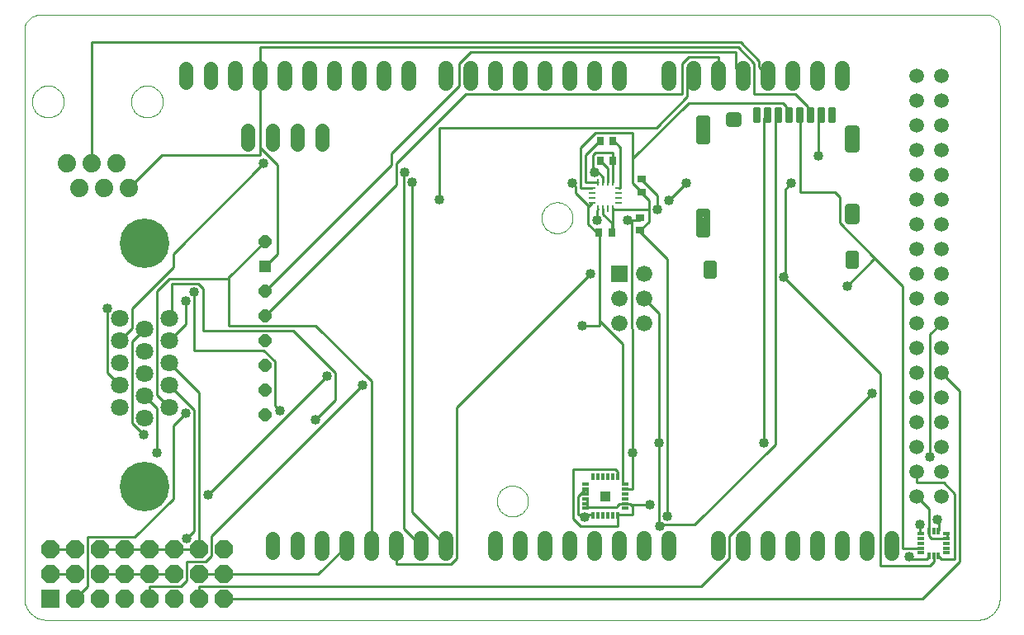
<source format=gtl>
G75*
G70*
%OFA0B0*%
%FSLAX24Y24*%
%IPPOS*%
%LPD*%
%AMOC8*
5,1,8,0,0,1.08239X$1,22.5*
%
%ADD10C,0.0000*%
%ADD11C,0.0594*%
%ADD12C,0.0594*%
%ADD13C,0.0560*%
%ADD14C,0.0660*%
%ADD15R,0.0660X0.0660*%
%ADD16C,0.0157*%
%ADD17C,0.0305*%
%ADD18C,0.0276*%
%ADD19R,0.0118X0.0315*%
%ADD20R,0.0315X0.0118*%
%ADD21R,0.0394X0.0394*%
%ADD22C,0.0740*%
%ADD23R,0.0110X0.0256*%
%ADD24R,0.0256X0.0110*%
%ADD25R,0.0276X0.0354*%
%ADD26R,0.0354X0.0276*%
%ADD27R,0.0740X0.0740*%
%ADD28OC8,0.0740*%
%ADD29OC8,0.0515*%
%ADD30R,0.0515X0.0515*%
%ADD31C,0.0709*%
%ADD32C,0.2000*%
%ADD33C,0.0100*%
%ADD34C,0.0400*%
D10*
X001875Y000990D02*
X001875Y023947D01*
X001877Y023994D01*
X001882Y024041D01*
X001892Y024087D01*
X001904Y024132D01*
X001921Y024176D01*
X001940Y024219D01*
X001963Y024260D01*
X001989Y024299D01*
X002019Y024336D01*
X002050Y024371D01*
X002085Y024402D01*
X002122Y024432D01*
X002161Y024458D01*
X002202Y024481D01*
X002245Y024500D01*
X002289Y024517D01*
X002334Y024529D01*
X002380Y024539D01*
X002427Y024544D01*
X002474Y024546D01*
X040764Y024546D01*
X040806Y024544D01*
X040848Y024539D01*
X040888Y024530D01*
X040929Y024517D01*
X040967Y024501D01*
X041005Y024482D01*
X041040Y024459D01*
X041073Y024433D01*
X041104Y024405D01*
X041132Y024374D01*
X041158Y024341D01*
X041181Y024306D01*
X041200Y024268D01*
X041216Y024230D01*
X041229Y024189D01*
X041238Y024149D01*
X041243Y024107D01*
X041245Y024065D01*
X041245Y000985D01*
X041243Y000927D01*
X041237Y000869D01*
X041228Y000812D01*
X041215Y000756D01*
X041198Y000701D01*
X041178Y000646D01*
X041154Y000594D01*
X041126Y000543D01*
X041096Y000493D01*
X041062Y000446D01*
X041025Y000401D01*
X040986Y000359D01*
X040944Y000320D01*
X040899Y000283D01*
X040852Y000249D01*
X040803Y000219D01*
X040751Y000191D01*
X040699Y000167D01*
X040644Y000147D01*
X040589Y000130D01*
X040533Y000117D01*
X040476Y000108D01*
X040418Y000102D01*
X040360Y000100D01*
X002765Y000100D01*
X002707Y000102D01*
X002649Y000108D01*
X002591Y000117D01*
X002535Y000130D01*
X002479Y000147D01*
X002424Y000168D01*
X002371Y000192D01*
X002320Y000219D01*
X002271Y000250D01*
X002223Y000284D01*
X002178Y000321D01*
X002136Y000361D01*
X002096Y000403D01*
X002059Y000448D01*
X002025Y000496D01*
X001994Y000545D01*
X001967Y000596D01*
X001943Y000649D01*
X001922Y000704D01*
X001905Y000760D01*
X001892Y000816D01*
X001883Y000874D01*
X001877Y000932D01*
X001875Y000990D01*
X020950Y004900D02*
X020952Y004950D01*
X020958Y004999D01*
X020968Y005048D01*
X020981Y005095D01*
X020999Y005142D01*
X021020Y005187D01*
X021044Y005230D01*
X021072Y005271D01*
X021103Y005310D01*
X021137Y005346D01*
X021174Y005380D01*
X021214Y005410D01*
X021255Y005437D01*
X021299Y005461D01*
X021344Y005481D01*
X021391Y005497D01*
X021439Y005510D01*
X021488Y005519D01*
X021538Y005524D01*
X021587Y005525D01*
X021637Y005522D01*
X021686Y005515D01*
X021735Y005504D01*
X021782Y005490D01*
X021828Y005471D01*
X021873Y005449D01*
X021916Y005424D01*
X021956Y005395D01*
X021994Y005363D01*
X022030Y005329D01*
X022063Y005291D01*
X022092Y005251D01*
X022118Y005209D01*
X022141Y005165D01*
X022160Y005119D01*
X022176Y005072D01*
X022188Y005023D01*
X022196Y004974D01*
X022200Y004925D01*
X022200Y004875D01*
X022196Y004826D01*
X022188Y004777D01*
X022176Y004728D01*
X022160Y004681D01*
X022141Y004635D01*
X022118Y004591D01*
X022092Y004549D01*
X022063Y004509D01*
X022030Y004471D01*
X021994Y004437D01*
X021956Y004405D01*
X021916Y004376D01*
X021873Y004351D01*
X021828Y004329D01*
X021782Y004310D01*
X021735Y004296D01*
X021686Y004285D01*
X021637Y004278D01*
X021587Y004275D01*
X021538Y004276D01*
X021488Y004281D01*
X021439Y004290D01*
X021391Y004303D01*
X021344Y004319D01*
X021299Y004339D01*
X021255Y004363D01*
X021214Y004390D01*
X021174Y004420D01*
X021137Y004454D01*
X021103Y004490D01*
X021072Y004529D01*
X021044Y004570D01*
X021020Y004613D01*
X020999Y004658D01*
X020981Y004705D01*
X020968Y004752D01*
X020958Y004801D01*
X020952Y004850D01*
X020950Y004900D01*
X022750Y016350D02*
X022752Y016400D01*
X022758Y016449D01*
X022768Y016498D01*
X022781Y016545D01*
X022799Y016592D01*
X022820Y016637D01*
X022844Y016680D01*
X022872Y016721D01*
X022903Y016760D01*
X022937Y016796D01*
X022974Y016830D01*
X023014Y016860D01*
X023055Y016887D01*
X023099Y016911D01*
X023144Y016931D01*
X023191Y016947D01*
X023239Y016960D01*
X023288Y016969D01*
X023338Y016974D01*
X023387Y016975D01*
X023437Y016972D01*
X023486Y016965D01*
X023535Y016954D01*
X023582Y016940D01*
X023628Y016921D01*
X023673Y016899D01*
X023716Y016874D01*
X023756Y016845D01*
X023794Y016813D01*
X023830Y016779D01*
X023863Y016741D01*
X023892Y016701D01*
X023918Y016659D01*
X023941Y016615D01*
X023960Y016569D01*
X023976Y016522D01*
X023988Y016473D01*
X023996Y016424D01*
X024000Y016375D01*
X024000Y016325D01*
X023996Y016276D01*
X023988Y016227D01*
X023976Y016178D01*
X023960Y016131D01*
X023941Y016085D01*
X023918Y016041D01*
X023892Y015999D01*
X023863Y015959D01*
X023830Y015921D01*
X023794Y015887D01*
X023756Y015855D01*
X023716Y015826D01*
X023673Y015801D01*
X023628Y015779D01*
X023582Y015760D01*
X023535Y015746D01*
X023486Y015735D01*
X023437Y015728D01*
X023387Y015725D01*
X023338Y015726D01*
X023288Y015731D01*
X023239Y015740D01*
X023191Y015753D01*
X023144Y015769D01*
X023099Y015789D01*
X023055Y015813D01*
X023014Y015840D01*
X022974Y015870D01*
X022937Y015904D01*
X022903Y015940D01*
X022872Y015979D01*
X022844Y016020D01*
X022820Y016063D01*
X022799Y016108D01*
X022781Y016155D01*
X022768Y016202D01*
X022758Y016251D01*
X022752Y016300D01*
X022750Y016350D01*
X006185Y021050D02*
X006187Y021100D01*
X006193Y021150D01*
X006203Y021199D01*
X006216Y021248D01*
X006234Y021295D01*
X006255Y021341D01*
X006279Y021384D01*
X006307Y021426D01*
X006338Y021466D01*
X006372Y021503D01*
X006409Y021537D01*
X006449Y021568D01*
X006491Y021596D01*
X006534Y021620D01*
X006580Y021641D01*
X006627Y021659D01*
X006676Y021672D01*
X006725Y021682D01*
X006775Y021688D01*
X006825Y021690D01*
X006875Y021688D01*
X006925Y021682D01*
X006974Y021672D01*
X007023Y021659D01*
X007070Y021641D01*
X007116Y021620D01*
X007159Y021596D01*
X007201Y021568D01*
X007241Y021537D01*
X007278Y021503D01*
X007312Y021466D01*
X007343Y021426D01*
X007371Y021384D01*
X007395Y021341D01*
X007416Y021295D01*
X007434Y021248D01*
X007447Y021199D01*
X007457Y021150D01*
X007463Y021100D01*
X007465Y021050D01*
X007463Y021000D01*
X007457Y020950D01*
X007447Y020901D01*
X007434Y020852D01*
X007416Y020805D01*
X007395Y020759D01*
X007371Y020716D01*
X007343Y020674D01*
X007312Y020634D01*
X007278Y020597D01*
X007241Y020563D01*
X007201Y020532D01*
X007159Y020504D01*
X007116Y020480D01*
X007070Y020459D01*
X007023Y020441D01*
X006974Y020428D01*
X006925Y020418D01*
X006875Y020412D01*
X006825Y020410D01*
X006775Y020412D01*
X006725Y020418D01*
X006676Y020428D01*
X006627Y020441D01*
X006580Y020459D01*
X006534Y020480D01*
X006491Y020504D01*
X006449Y020532D01*
X006409Y020563D01*
X006372Y020597D01*
X006338Y020634D01*
X006307Y020674D01*
X006279Y020716D01*
X006255Y020759D01*
X006234Y020805D01*
X006216Y020852D01*
X006203Y020901D01*
X006193Y020950D01*
X006187Y021000D01*
X006185Y021050D01*
X002185Y021050D02*
X002187Y021100D01*
X002193Y021150D01*
X002203Y021199D01*
X002216Y021248D01*
X002234Y021295D01*
X002255Y021341D01*
X002279Y021384D01*
X002307Y021426D01*
X002338Y021466D01*
X002372Y021503D01*
X002409Y021537D01*
X002449Y021568D01*
X002491Y021596D01*
X002534Y021620D01*
X002580Y021641D01*
X002627Y021659D01*
X002676Y021672D01*
X002725Y021682D01*
X002775Y021688D01*
X002825Y021690D01*
X002875Y021688D01*
X002925Y021682D01*
X002974Y021672D01*
X003023Y021659D01*
X003070Y021641D01*
X003116Y021620D01*
X003159Y021596D01*
X003201Y021568D01*
X003241Y021537D01*
X003278Y021503D01*
X003312Y021466D01*
X003343Y021426D01*
X003371Y021384D01*
X003395Y021341D01*
X003416Y021295D01*
X003434Y021248D01*
X003447Y021199D01*
X003457Y021150D01*
X003463Y021100D01*
X003465Y021050D01*
X003463Y021000D01*
X003457Y020950D01*
X003447Y020901D01*
X003434Y020852D01*
X003416Y020805D01*
X003395Y020759D01*
X003371Y020716D01*
X003343Y020674D01*
X003312Y020634D01*
X003278Y020597D01*
X003241Y020563D01*
X003201Y020532D01*
X003159Y020504D01*
X003116Y020480D01*
X003070Y020459D01*
X003023Y020441D01*
X002974Y020428D01*
X002925Y020418D01*
X002875Y020412D01*
X002825Y020410D01*
X002775Y020412D01*
X002725Y020418D01*
X002676Y020428D01*
X002627Y020441D01*
X002580Y020459D01*
X002534Y020480D01*
X002491Y020504D01*
X002449Y020532D01*
X002409Y020563D01*
X002372Y020597D01*
X002338Y020634D01*
X002307Y020674D01*
X002279Y020716D01*
X002255Y020759D01*
X002234Y020805D01*
X002216Y020852D01*
X002203Y020901D01*
X002193Y020950D01*
X002187Y021000D01*
X002185Y021050D01*
D11*
X010375Y021803D02*
X010375Y022397D01*
X010375Y021803D01*
X011375Y021803D02*
X011375Y022397D01*
X012375Y022397D02*
X012375Y021803D01*
X013375Y021803D02*
X013375Y022397D01*
X014375Y022397D02*
X014375Y021803D01*
X015375Y021803D02*
X015375Y022397D01*
X016375Y022397D02*
X016375Y021803D01*
X017375Y021803D02*
X017375Y022397D01*
X018875Y022397D02*
X018875Y021803D01*
X019875Y021803D02*
X019875Y022397D01*
X020875Y022397D02*
X020875Y021803D01*
X021875Y021803D02*
X021875Y022397D01*
X022875Y022397D02*
X022875Y021803D01*
X023875Y021803D02*
X023875Y022397D01*
X024875Y022397D02*
X024875Y021803D01*
X025875Y021803D02*
X025875Y022397D01*
X027875Y022397D02*
X027875Y021803D01*
X028875Y021803D02*
X028875Y022397D01*
X029875Y022397D02*
X029875Y021803D01*
X030875Y021803D02*
X030875Y022397D01*
X031875Y022397D02*
X031875Y021803D01*
X032875Y021803D02*
X032875Y022397D01*
X033875Y022397D02*
X033875Y021803D01*
X034875Y021803D02*
X034875Y022397D01*
X034875Y003397D02*
X034875Y002803D01*
X035875Y002803D02*
X035875Y003397D01*
X036875Y003397D02*
X036875Y002803D01*
X033875Y002803D02*
X033875Y003397D01*
X032875Y003397D02*
X032875Y002803D01*
X031875Y002803D02*
X031875Y003397D01*
X030875Y003397D02*
X030875Y002803D01*
X029875Y002803D02*
X029875Y003397D01*
X027875Y003397D02*
X027875Y002803D01*
X026875Y002803D02*
X026875Y003397D01*
X025875Y003397D02*
X025875Y002803D01*
X024875Y002803D02*
X024875Y003397D01*
X023875Y003397D02*
X023875Y002803D01*
X022875Y002803D02*
X022875Y003397D01*
X021875Y003397D02*
X021875Y002803D01*
X020875Y002803D02*
X020875Y003397D01*
X018875Y003397D02*
X018875Y002803D01*
X017875Y002803D02*
X017875Y003397D01*
X016875Y003397D02*
X016875Y002803D01*
X015875Y002803D02*
X015875Y003397D01*
X014875Y003397D02*
X014875Y002803D01*
X013875Y002803D02*
X013875Y003397D01*
D12*
X037875Y005100D03*
X038875Y005100D03*
X038875Y006100D03*
X037875Y006100D03*
X037875Y007100D03*
X038875Y007100D03*
X038875Y008100D03*
X037875Y008100D03*
X037875Y009100D03*
X038875Y009100D03*
X038875Y010100D03*
X038875Y011100D03*
X037875Y011100D03*
X037875Y010100D03*
X037875Y012100D03*
X038875Y012100D03*
X038875Y013100D03*
X037875Y013100D03*
X037875Y014100D03*
X038875Y014100D03*
X038875Y015100D03*
X037875Y015100D03*
X037875Y016100D03*
X038875Y016100D03*
X038875Y017100D03*
X038875Y018100D03*
X037875Y018100D03*
X037875Y017100D03*
X037875Y019100D03*
X038875Y019100D03*
X038875Y020100D03*
X037875Y020100D03*
X037875Y021100D03*
X038875Y021100D03*
X038875Y022100D03*
X037875Y022100D03*
D13*
X013875Y019880D02*
X013875Y019320D01*
X012875Y019320D02*
X012875Y019880D01*
X011875Y019880D02*
X011875Y019320D01*
X010875Y019320D02*
X010875Y019880D01*
X009375Y021820D02*
X009375Y022380D01*
X008375Y022380D02*
X008375Y021820D01*
X011875Y003380D02*
X011875Y002820D01*
X012875Y002820D02*
X012875Y003380D01*
D14*
X025875Y012100D03*
X026875Y012100D03*
X026875Y013100D03*
X025875Y013100D03*
X026875Y014100D03*
D15*
X025875Y014100D03*
D16*
X031347Y020765D02*
X031505Y020765D01*
X031505Y020291D01*
X031347Y020291D01*
X031347Y020765D01*
X031347Y020447D02*
X031505Y020447D01*
X031505Y020603D02*
X031347Y020603D01*
X031347Y020759D02*
X031505Y020759D01*
X031780Y020291D02*
X031938Y020291D01*
X031780Y020291D02*
X031780Y020765D01*
X031938Y020765D01*
X031938Y020291D01*
X031938Y020447D02*
X031780Y020447D01*
X031780Y020603D02*
X031938Y020603D01*
X031938Y020759D02*
X031780Y020759D01*
X032213Y020291D02*
X032371Y020291D01*
X032213Y020291D02*
X032213Y020765D01*
X032371Y020765D01*
X032371Y020291D01*
X032371Y020447D02*
X032213Y020447D01*
X032213Y020603D02*
X032371Y020603D01*
X032371Y020759D02*
X032213Y020759D01*
X032646Y020291D02*
X032804Y020291D01*
X032646Y020291D02*
X032646Y020765D01*
X032804Y020765D01*
X032804Y020291D01*
X032804Y020447D02*
X032646Y020447D01*
X032646Y020603D02*
X032804Y020603D01*
X032804Y020759D02*
X032646Y020759D01*
X033079Y020291D02*
X033237Y020291D01*
X033079Y020291D02*
X033079Y020765D01*
X033237Y020765D01*
X033237Y020291D01*
X033237Y020447D02*
X033079Y020447D01*
X033079Y020603D02*
X033237Y020603D01*
X033237Y020759D02*
X033079Y020759D01*
X033512Y020291D02*
X033670Y020291D01*
X033512Y020291D02*
X033512Y020765D01*
X033670Y020765D01*
X033670Y020291D01*
X033670Y020447D02*
X033512Y020447D01*
X033512Y020603D02*
X033670Y020603D01*
X033670Y020759D02*
X033512Y020759D01*
X033945Y020291D02*
X034103Y020291D01*
X033945Y020291D02*
X033945Y020765D01*
X034103Y020765D01*
X034103Y020291D01*
X034103Y020447D02*
X033945Y020447D01*
X033945Y020603D02*
X034103Y020603D01*
X034103Y020759D02*
X033945Y020759D01*
X034378Y020291D02*
X034536Y020291D01*
X034378Y020291D02*
X034378Y020765D01*
X034536Y020765D01*
X034536Y020291D01*
X034536Y020447D02*
X034378Y020447D01*
X034378Y020603D02*
X034536Y020603D01*
X034536Y020759D02*
X034378Y020759D01*
D17*
X035117Y019145D02*
X035423Y019145D01*
X035117Y019145D02*
X035117Y019943D01*
X035423Y019943D01*
X035423Y019145D01*
X035423Y019449D02*
X035117Y019449D01*
X035117Y019753D02*
X035423Y019753D01*
X030644Y020188D02*
X030318Y020188D01*
X030318Y020494D01*
X030644Y020494D01*
X030644Y020188D01*
X030644Y020492D02*
X030318Y020492D01*
X035117Y016252D02*
X035423Y016252D01*
X035117Y016252D02*
X035117Y016774D01*
X035423Y016774D01*
X035423Y016252D01*
X035423Y016556D02*
X035117Y016556D01*
D18*
X035163Y014407D02*
X035437Y014407D01*
X035163Y014407D02*
X035163Y014879D01*
X035437Y014879D01*
X035437Y014407D01*
X035437Y014682D02*
X035163Y014682D01*
X029689Y014013D02*
X029415Y014013D01*
X029415Y014485D01*
X029689Y014485D01*
X029689Y014013D01*
X029689Y014288D02*
X029415Y014288D01*
X029413Y015687D02*
X029139Y015687D01*
X029139Y016591D01*
X029413Y016591D01*
X029413Y015687D01*
X029413Y015962D02*
X029139Y015962D01*
X029139Y016237D02*
X029413Y016237D01*
X029413Y016512D02*
X029139Y016512D01*
X029139Y019446D02*
X029413Y019446D01*
X029139Y019446D02*
X029139Y020350D01*
X029413Y020350D01*
X029413Y019446D01*
X029413Y019721D02*
X029139Y019721D01*
X029139Y019996D02*
X029413Y019996D01*
X029413Y020271D02*
X029139Y020271D01*
D19*
X025817Y005887D03*
X025620Y005887D03*
X025423Y005887D03*
X025227Y005887D03*
X025030Y005887D03*
X024833Y005887D03*
X024833Y004313D03*
X025030Y004313D03*
X025227Y004313D03*
X025423Y004313D03*
X025620Y004313D03*
X025817Y004313D03*
X038378Y003702D03*
X038575Y003702D03*
X038772Y003702D03*
X038772Y002698D03*
X038575Y002698D03*
X038378Y002698D03*
D20*
X038044Y002806D03*
X038044Y003003D03*
X038044Y003200D03*
X038044Y003397D03*
X038044Y003594D03*
X039106Y003594D03*
X039106Y003397D03*
X039106Y003200D03*
X039106Y003003D03*
X039106Y002806D03*
X026112Y004608D03*
X026112Y004805D03*
X026112Y005002D03*
X026112Y005198D03*
X026112Y005395D03*
X026112Y005592D03*
X024538Y005592D03*
X024538Y005395D03*
X024538Y005198D03*
X024538Y005002D03*
X024538Y004805D03*
X024538Y004608D03*
D21*
X025325Y005100D03*
D22*
X006075Y017550D03*
X005075Y017550D03*
X004075Y017550D03*
X003575Y018550D03*
X004575Y018550D03*
X005575Y018550D03*
D23*
X025030Y017789D03*
X025227Y017789D03*
X025423Y017789D03*
X025620Y017789D03*
X025620Y016711D03*
X025423Y016711D03*
X025227Y016711D03*
X025030Y016711D03*
D24*
X024786Y016955D03*
X024786Y017152D03*
X024786Y017348D03*
X024786Y017545D03*
X025864Y017545D03*
X025864Y017348D03*
X025864Y017152D03*
X025864Y016955D03*
D25*
X025581Y015750D03*
X025069Y015750D03*
X025119Y018650D03*
X025631Y018650D03*
X025631Y019450D03*
X025119Y019450D03*
D26*
X026775Y017906D03*
X026775Y017394D03*
X026725Y016356D03*
X026725Y015844D03*
D27*
X002925Y000950D03*
D28*
X003925Y000950D03*
X004925Y000950D03*
X005925Y000950D03*
X006925Y000950D03*
X007925Y000950D03*
X008925Y000950D03*
X009925Y000950D03*
X009925Y001950D03*
X008925Y001950D03*
X007925Y001950D03*
X006925Y001950D03*
X005925Y001950D03*
X004925Y001950D03*
X003925Y001950D03*
X002925Y001950D03*
X002925Y002950D03*
X003925Y002950D03*
X004925Y002950D03*
X005925Y002950D03*
X006925Y002950D03*
X007925Y002950D03*
X008925Y002950D03*
X009925Y002950D03*
D29*
X011575Y008400D03*
X011575Y009400D03*
X011575Y010400D03*
X011575Y011400D03*
X011575Y012400D03*
X011575Y013400D03*
X011575Y015400D03*
D30*
X011575Y014400D03*
D31*
X007725Y012300D03*
X006725Y011850D03*
X007725Y011400D03*
X006725Y010950D03*
X007725Y010500D03*
X006725Y010050D03*
X007725Y009600D03*
X006725Y009150D03*
X007725Y008700D03*
X006725Y008250D03*
X005725Y008700D03*
X005725Y009600D03*
X005725Y010500D03*
X005725Y011400D03*
X005725Y012300D03*
D32*
X006725Y015320D03*
X006725Y005480D03*
D33*
X007875Y005000D02*
X006325Y003450D01*
X004425Y003450D01*
X004425Y001450D01*
X003925Y000950D01*
X003925Y001950D02*
X002925Y001950D01*
X002925Y002950D02*
X003925Y002950D01*
X004925Y002950D02*
X005925Y002950D01*
X006925Y002950D01*
X007925Y002950D01*
X008925Y002950D01*
X008925Y009300D01*
X007725Y010500D01*
X007725Y009600D02*
X008725Y008600D01*
X008725Y003700D01*
X008425Y003400D01*
X009425Y003500D02*
X009425Y002700D01*
X009175Y002450D01*
X008425Y002450D01*
X008425Y001700D01*
X008175Y001450D01*
X006925Y001450D01*
X006925Y000950D01*
X006925Y001950D02*
X005925Y001950D01*
X004925Y001950D01*
X006925Y001950D02*
X007925Y001950D01*
X008925Y001950D02*
X009925Y001950D01*
X013725Y001950D01*
X014875Y003100D01*
X015875Y003100D02*
X015875Y009750D01*
X013625Y012000D01*
X010125Y012000D01*
X010125Y013900D01*
X010100Y013925D01*
X011575Y015400D01*
X012075Y014900D02*
X012075Y018500D01*
X011400Y019175D01*
X011375Y019150D01*
X011375Y018900D01*
X007425Y018900D01*
X006075Y017550D01*
X004575Y018550D02*
X004575Y023450D01*
X030775Y023450D01*
X031525Y022700D01*
X031525Y022450D01*
X031875Y022100D01*
X031325Y022600D02*
X030675Y023250D01*
X011375Y023250D01*
X011375Y022100D01*
X011375Y019200D01*
X011400Y019175D01*
X011525Y018550D02*
X007875Y014900D01*
X007875Y014350D01*
X006225Y012700D01*
X006225Y011900D01*
X005725Y011400D01*
X006225Y011350D02*
X006725Y011850D01*
X006225Y011350D02*
X006225Y008050D01*
X006675Y007600D01*
X007225Y006850D02*
X007225Y008650D01*
X006725Y009150D01*
X007225Y009200D02*
X007725Y008700D01*
X008375Y008450D02*
X007875Y007950D01*
X007875Y005000D01*
X009275Y005150D02*
X014075Y009950D01*
X014425Y010100D02*
X012725Y011800D01*
X009075Y011800D01*
X009075Y013500D01*
X008875Y013700D01*
X007825Y013700D01*
X007825Y012400D01*
X007725Y012300D01*
X008375Y012050D02*
X008375Y013000D01*
X008725Y013350D02*
X008725Y011000D01*
X011525Y011000D01*
X011975Y010550D01*
X011975Y008750D01*
X012175Y008550D01*
X013625Y008200D02*
X014425Y009000D01*
X014425Y010100D01*
X015525Y009600D02*
X009425Y003500D01*
X008925Y001450D02*
X008925Y000950D01*
X008925Y001450D02*
X029175Y001450D01*
X030325Y002600D01*
X030325Y003500D01*
X036075Y009250D01*
X036425Y010050D02*
X032525Y013950D01*
X032575Y013950D01*
X032575Y017500D01*
X032825Y017750D01*
X033175Y017400D02*
X033175Y020500D01*
X033158Y020528D01*
X033475Y020650D02*
X033475Y020850D01*
X032975Y021350D01*
X031325Y021350D01*
X031325Y022600D01*
X030875Y022100D02*
X030575Y022400D01*
X030575Y023050D01*
X019875Y023050D01*
X019425Y022600D01*
X019425Y021700D01*
X016675Y018950D01*
X016675Y018500D01*
X011575Y013400D01*
X010100Y013925D02*
X010075Y013900D01*
X007725Y013900D01*
X007225Y013400D01*
X007225Y009200D01*
X005725Y009600D02*
X005225Y010100D01*
X005225Y012700D01*
X007725Y011400D02*
X008375Y012050D01*
X011575Y012400D02*
X016875Y017700D01*
X016875Y018550D01*
X019675Y021350D01*
X028425Y021350D01*
X028425Y022600D01*
X028675Y022850D01*
X029875Y022850D01*
X029875Y022100D01*
X028875Y022100D02*
X028625Y021850D01*
X028625Y021250D01*
X027375Y020000D01*
X018625Y020000D01*
X018625Y017100D01*
X017525Y017800D02*
X017525Y004450D01*
X018875Y003100D01*
X019325Y002600D02*
X019075Y002350D01*
X016875Y002350D01*
X016875Y003100D01*
X017175Y003800D02*
X017875Y003100D01*
X017175Y003800D02*
X017175Y018150D01*
X017225Y018200D01*
X012075Y014900D02*
X011575Y014400D01*
X019325Y008700D02*
X019325Y002600D01*
X024025Y004200D02*
X024325Y003900D01*
X025825Y003900D01*
X025825Y004300D01*
X025817Y004313D01*
X025825Y004350D01*
X026425Y004350D01*
X026425Y004700D01*
X026400Y004725D01*
X026425Y004750D01*
X027125Y004750D01*
X026400Y004725D02*
X026325Y004800D01*
X026125Y004800D01*
X026112Y004805D01*
X026075Y004800D01*
X025875Y004800D01*
X025775Y004700D01*
X025775Y004650D01*
X024625Y004650D01*
X024538Y004608D01*
X024575Y004650D01*
X024575Y004800D01*
X024538Y004805D01*
X024575Y004850D01*
X024575Y005000D01*
X024538Y005002D01*
X024538Y005198D02*
X024575Y005200D01*
X024575Y005350D01*
X024538Y005395D01*
X024525Y005400D01*
X024225Y005100D01*
X024225Y004350D01*
X024475Y004350D01*
X024475Y004250D01*
X024475Y004350D02*
X024825Y004350D01*
X024833Y004313D01*
X024025Y004200D02*
X024025Y006200D01*
X025725Y006200D01*
X025825Y006100D01*
X025825Y005900D01*
X025817Y005887D01*
X026025Y005650D02*
X026025Y011250D01*
X025100Y012175D01*
X025075Y012150D01*
X025075Y012000D01*
X024375Y012000D01*
X025075Y012200D02*
X025075Y015750D01*
X025069Y015750D01*
X024975Y015750D01*
X024625Y016100D01*
X024625Y016800D01*
X024650Y016825D01*
X024125Y017350D01*
X024125Y017600D01*
X023975Y017750D01*
X024325Y017550D02*
X024325Y019200D01*
X024925Y019800D01*
X026425Y019800D01*
X026425Y018750D01*
X028675Y021000D01*
X032475Y021000D01*
X032625Y020850D01*
X032625Y020650D01*
X032725Y020550D01*
X032725Y020528D01*
X032292Y020528D02*
X032275Y020500D01*
X032175Y020400D01*
X032175Y007200D01*
X028925Y003950D01*
X027525Y003950D01*
X027525Y003900D01*
X027475Y003950D01*
X027475Y007250D01*
X027475Y012500D01*
X026875Y013100D01*
X026375Y011900D02*
X026375Y016250D01*
X026225Y016250D01*
X026375Y016250D02*
X026725Y016250D01*
X026725Y016356D01*
X027075Y016200D02*
X027075Y016700D01*
X025675Y016700D01*
X025620Y016711D01*
X025625Y016700D01*
X025625Y015750D01*
X025581Y015750D01*
X025575Y015750D01*
X025575Y016150D01*
X025225Y016500D01*
X025225Y016700D01*
X025227Y016711D01*
X025030Y016711D02*
X025025Y016700D01*
X024975Y016650D01*
X024975Y016250D01*
X024650Y016825D02*
X024775Y016950D01*
X024786Y016955D01*
X024786Y017545D02*
X024775Y017550D01*
X024325Y017550D01*
X024525Y017800D02*
X024525Y018900D01*
X025075Y019450D01*
X025119Y019450D01*
X025631Y019450D02*
X025675Y019450D01*
X025925Y019200D01*
X025925Y017600D01*
X025875Y017550D01*
X025864Y017545D01*
X025620Y017789D02*
X025625Y017800D01*
X025625Y018650D01*
X025631Y018650D01*
X025625Y018650D02*
X025625Y019000D01*
X024925Y019000D01*
X024825Y018900D01*
X024825Y018400D01*
X024950Y018275D01*
X024875Y018200D01*
X024950Y018275D02*
X025225Y018000D01*
X025225Y017800D01*
X025227Y017789D01*
X025423Y017789D02*
X025425Y017800D01*
X025425Y018350D01*
X025125Y018650D01*
X025119Y018650D01*
X026425Y018750D02*
X026425Y017750D01*
X026775Y017400D01*
X026775Y017394D01*
X026775Y017350D01*
X027075Y017050D01*
X027075Y016700D01*
X027425Y016700D02*
X027425Y017250D01*
X026775Y017900D01*
X026775Y017906D01*
X027875Y017050D02*
X028575Y017750D01*
X027075Y016200D02*
X026725Y015850D01*
X026725Y015844D01*
X026725Y015800D01*
X027825Y014700D01*
X027825Y004300D01*
X026425Y005400D02*
X026425Y006850D01*
X026425Y011850D01*
X026375Y011900D01*
X025100Y012175D02*
X025075Y012200D01*
X024725Y014100D02*
X019325Y008700D01*
X026025Y005650D02*
X026075Y005600D01*
X026112Y005592D01*
X026125Y005400D02*
X026112Y005395D01*
X026125Y005400D02*
X026425Y005400D01*
X031725Y007250D02*
X031725Y020400D01*
X031825Y020500D01*
X031859Y020528D01*
X033475Y020650D02*
X033575Y020550D01*
X033591Y020528D01*
X033925Y020450D02*
X033925Y018850D01*
X034575Y017400D02*
X033175Y017400D01*
X034575Y017400D02*
X034775Y017200D01*
X034775Y016150D01*
X036200Y014725D01*
X035075Y013600D01*
X036200Y014725D02*
X037325Y013600D01*
X037325Y003000D01*
X038025Y003000D01*
X038044Y003003D01*
X038378Y002698D02*
X038375Y002650D01*
X038275Y002550D01*
X037575Y002550D01*
X037575Y002650D01*
X038425Y002300D02*
X036425Y002300D01*
X036425Y010050D01*
X038875Y010100D02*
X039625Y009350D01*
X039625Y002450D01*
X038125Y000950D01*
X009925Y000950D01*
X024525Y017800D02*
X025025Y017800D01*
X025030Y017789D01*
X033925Y020450D02*
X033975Y020500D01*
X034024Y020528D01*
X038875Y012100D02*
X038425Y011650D01*
X038425Y006700D01*
X037875Y006100D02*
X037875Y005650D01*
X038975Y005650D01*
X039425Y005200D01*
X039425Y002550D01*
X038875Y002550D01*
X038775Y002650D01*
X038772Y002698D01*
X038575Y002698D02*
X038575Y002450D01*
X038425Y002300D01*
X038475Y003400D02*
X038375Y003500D01*
X038375Y003700D01*
X038378Y003702D01*
X038375Y003750D01*
X038375Y004600D01*
X037875Y005100D01*
X038725Y004150D02*
X038775Y004100D01*
X038775Y003750D01*
X038772Y003702D01*
X039106Y003594D02*
X039125Y003550D01*
X039125Y003400D01*
X039106Y003397D01*
X039075Y003400D01*
X038475Y003400D01*
X038044Y003594D02*
X038025Y003600D01*
X038025Y003950D01*
D34*
X038025Y003950D03*
X038725Y004150D03*
X037575Y002650D03*
X038425Y006700D03*
X036075Y009250D03*
X031725Y007250D03*
X027475Y007250D03*
X026425Y006850D03*
X027125Y004750D03*
X027825Y004300D03*
X027525Y003900D03*
X024475Y004250D03*
X015525Y009600D03*
X014075Y009950D03*
X012175Y008550D03*
X013625Y008200D03*
X008375Y008450D03*
X006675Y007600D03*
X007225Y006850D03*
X009275Y005150D03*
X008425Y003400D03*
X005225Y012700D03*
X008375Y013000D03*
X008725Y013350D03*
X011525Y018550D03*
X017225Y018200D03*
X017525Y017800D03*
X018625Y017100D03*
X023975Y017750D03*
X024875Y018200D03*
X027425Y016700D03*
X027875Y017050D03*
X028575Y017750D03*
X026225Y016250D03*
X024975Y016250D03*
X024725Y014100D03*
X024375Y012000D03*
X032525Y013950D03*
X035075Y013600D03*
X032825Y017750D03*
X033925Y018850D03*
M02*

</source>
